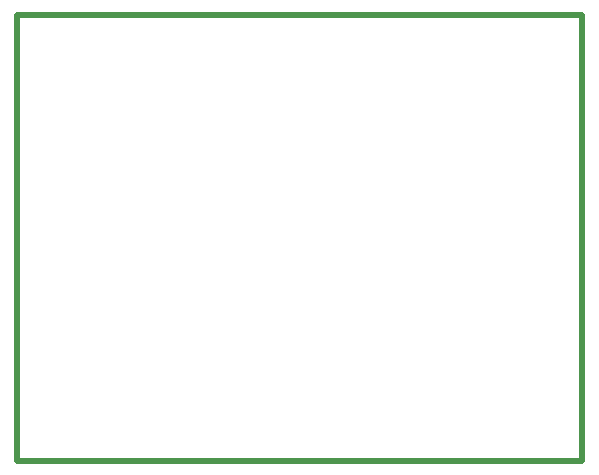
<source format=gm1>
G04 #@! TF.GenerationSoftware,KiCad,Pcbnew,8.0.0-rc1-6-gb7460f29b4*
G04 #@! TF.CreationDate,2025-03-10T21:44:44+01:00*
G04 #@! TF.ProjectId,LO_daughter,4c4f5f64-6175-4676-9874-65722e6b6963,rev?*
G04 #@! TF.SameCoordinates,Original*
G04 #@! TF.FileFunction,Profile,NP*
%FSLAX46Y46*%
G04 Gerber Fmt 4.6, Leading zero omitted, Abs format (unit mm)*
G04 Created by KiCad (PCBNEW 8.0.0-rc1-6-gb7460f29b4) date 2025-03-10 21:44:44*
%MOMM*%
%LPD*%
G01*
G04 APERTURE LIST*
G04 #@! TA.AperFunction,Profile*
%ADD10C,0.500000*%
G04 #@! TD*
G04 APERTURE END LIST*
D10*
X129740000Y-80070000D02*
X177520000Y-80070000D01*
X177520000Y-117850000D01*
X129740000Y-117850000D01*
X129740000Y-80070000D01*
M02*

</source>
